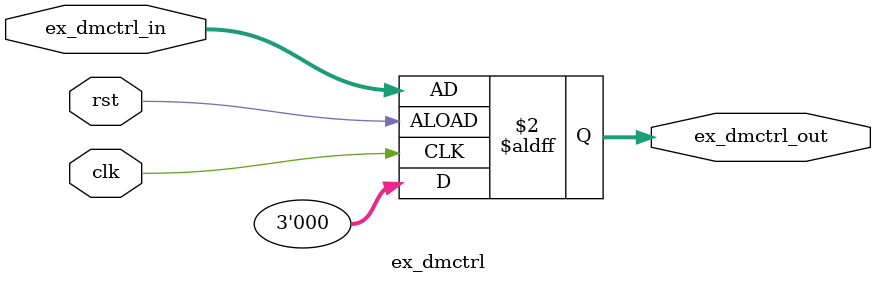
<source format=sv>
module ex_dmctrl(
    input logic clk,
    input logic rst,
    input logic [2:0] ex_dmctrl_in = 3'b0, 
    output logic [2:0] ex_dmctrl_out
     
);

    always_ff @(posedge clk or negedge rst) begin
        if (rst) begin
            ex_dmctrl_out <= 3'b0; 
        end else begin
            ex_dmctrl_out <= ex_dmctrl_in; 
        end
    end
endmodule
</source>
